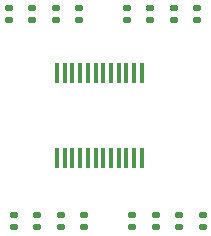
<source format=gbr>
%TF.GenerationSoftware,KiCad,Pcbnew,8.0.1*%
%TF.CreationDate,2024-07-31T22:53:36-04:00*%
%TF.ProjectId,Sensor_manager_V1_glove,53656e73-6f72-45f6-9d61-6e616765725f,rev?*%
%TF.SameCoordinates,Original*%
%TF.FileFunction,Paste,Top*%
%TF.FilePolarity,Positive*%
%FSLAX46Y46*%
G04 Gerber Fmt 4.6, Leading zero omitted, Abs format (unit mm)*
G04 Created by KiCad (PCBNEW 8.0.1) date 2024-07-31 22:53:36*
%MOMM*%
%LPD*%
G01*
G04 APERTURE LIST*
G04 Aperture macros list*
%AMRoundRect*
0 Rectangle with rounded corners*
0 $1 Rounding radius*
0 $2 $3 $4 $5 $6 $7 $8 $9 X,Y pos of 4 corners*
0 Add a 4 corners polygon primitive as box body*
4,1,4,$2,$3,$4,$5,$6,$7,$8,$9,$2,$3,0*
0 Add four circle primitives for the rounded corners*
1,1,$1+$1,$2,$3*
1,1,$1+$1,$4,$5*
1,1,$1+$1,$6,$7*
1,1,$1+$1,$8,$9*
0 Add four rect primitives between the rounded corners*
20,1,$1+$1,$2,$3,$4,$5,0*
20,1,$1+$1,$4,$5,$6,$7,0*
20,1,$1+$1,$6,$7,$8,$9,0*
20,1,$1+$1,$8,$9,$2,$3,0*%
G04 Aperture macros list end*
%ADD10R,0.450000X1.750000*%
%ADD11RoundRect,0.135000X-0.185000X0.135000X-0.185000X-0.135000X0.185000X-0.135000X0.185000X0.135000X0*%
%ADD12RoundRect,0.135000X0.185000X-0.135000X0.185000X0.135000X-0.185000X0.135000X-0.185000X-0.135000X0*%
G04 APERTURE END LIST*
D10*
%TO.C,U1*%
X88670000Y-51000000D03*
X88020000Y-51000000D03*
X87370000Y-51000000D03*
X86720000Y-51000000D03*
X86070000Y-51000000D03*
X85420000Y-51000000D03*
X84770000Y-51000000D03*
X84120000Y-51000000D03*
X83470000Y-51000000D03*
X82820000Y-51000000D03*
X82170000Y-51000000D03*
X81520000Y-51000000D03*
X81520000Y-58200000D03*
X82170000Y-58200000D03*
X82820000Y-58200000D03*
X83470000Y-58200000D03*
X84120000Y-58200000D03*
X84770000Y-58200000D03*
X85420000Y-58200000D03*
X86070000Y-58200000D03*
X86720000Y-58200000D03*
X87370000Y-58200000D03*
X88020000Y-58200000D03*
X88670000Y-58200000D03*
%TD*%
D11*
%TO.C,R16*%
X77850000Y-64010000D03*
X77850000Y-62990000D03*
%TD*%
%TO.C,R15*%
X79840000Y-64010000D03*
X79840000Y-62990000D03*
%TD*%
%TO.C,R14*%
X81830000Y-64010000D03*
X81830000Y-62990000D03*
%TD*%
%TO.C,R13*%
X83820000Y-64010000D03*
X83820000Y-62990000D03*
%TD*%
%TO.C,R12*%
X87860000Y-64020000D03*
X87860000Y-63000000D03*
%TD*%
%TO.C,R11*%
X89850000Y-64020000D03*
X89850000Y-63000000D03*
%TD*%
%TO.C,R10*%
X91840000Y-64020000D03*
X91840000Y-63000000D03*
%TD*%
%TO.C,R9*%
X93830000Y-64020000D03*
X93830000Y-63000000D03*
%TD*%
D12*
%TO.C,R8*%
X93390000Y-46520000D03*
X93390000Y-45500000D03*
%TD*%
%TO.C,R7*%
X91400000Y-46520000D03*
X91400000Y-45500000D03*
%TD*%
%TO.C,R6*%
X89410000Y-46520000D03*
X89410000Y-45500000D03*
%TD*%
%TO.C,R5*%
X87420000Y-46520000D03*
X87420000Y-45500000D03*
%TD*%
%TO.C,R4*%
X83400000Y-45500000D03*
X83400000Y-46520000D03*
%TD*%
%TO.C,R3*%
X81410000Y-45500000D03*
X81410000Y-46520000D03*
%TD*%
%TO.C,R2*%
X79420000Y-45500000D03*
X79420000Y-46520000D03*
%TD*%
%TO.C,R1*%
X77430000Y-45500000D03*
X77430000Y-46520000D03*
%TD*%
M02*

</source>
